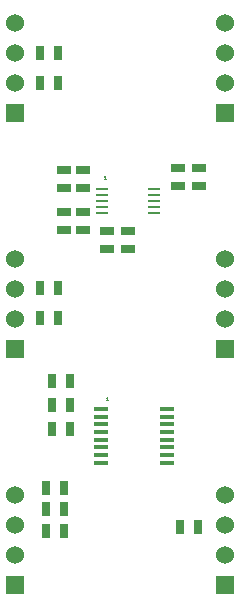
<source format=gts>
G04 (created by PCBNEW (2013-07-07 BZR 4022)-stable) date 12/8/2013 11:31:44 AM*
%MOIN*%
G04 Gerber Fmt 3.4, Leading zero omitted, Abs format*
%FSLAX34Y34*%
G01*
G70*
G90*
G04 APERTURE LIST*
%ADD10C,0.00590551*%
%ADD11C,0.0019685*%
%ADD12R,0.05X0.015*%
%ADD13R,0.045X0.025*%
%ADD14R,0.025X0.045*%
%ADD15R,0.06X0.06*%
%ADD16C,0.06*%
%ADD17R,0.0394X0.0106*%
G04 APERTURE END LIST*
G54D10*
G54D11*
X85033Y-52921D02*
X84966Y-52921D01*
X85000Y-52921D02*
X85000Y-52803D01*
X84988Y-52820D01*
X84977Y-52831D01*
X84966Y-52837D01*
X85112Y-60284D02*
X85044Y-60284D01*
X85078Y-60284D02*
X85078Y-60165D01*
X85067Y-60182D01*
X85056Y-60194D01*
X85044Y-60199D01*
G54D12*
X84873Y-60574D03*
X84873Y-60830D03*
X84873Y-61086D03*
X84873Y-61342D03*
X84873Y-61598D03*
X84873Y-61854D03*
X84873Y-62110D03*
X84873Y-62366D03*
X87077Y-62366D03*
X87077Y-62110D03*
X87077Y-61854D03*
X87077Y-61598D03*
X87077Y-61342D03*
X87077Y-61086D03*
X87077Y-60830D03*
X87077Y-60574D03*
G54D13*
X83630Y-54010D03*
X83630Y-54610D03*
X84280Y-54010D03*
X84280Y-54610D03*
X85780Y-54660D03*
X85780Y-55260D03*
X85080Y-54660D03*
X85080Y-55260D03*
G54D14*
X83050Y-63900D03*
X83650Y-63900D03*
X83050Y-64650D03*
X83650Y-64650D03*
G54D13*
X84280Y-53210D03*
X84280Y-52610D03*
X87430Y-52560D03*
X87430Y-53160D03*
G54D14*
X88100Y-64500D03*
X87500Y-64500D03*
X82850Y-57550D03*
X83450Y-57550D03*
X82850Y-56550D03*
X83450Y-56550D03*
X82850Y-49700D03*
X83450Y-49700D03*
X82850Y-48700D03*
X83450Y-48700D03*
X83050Y-63200D03*
X83650Y-63200D03*
G54D13*
X83630Y-53210D03*
X83630Y-52610D03*
X88130Y-52560D03*
X88130Y-53160D03*
G54D14*
X83230Y-61260D03*
X83830Y-61260D03*
X83230Y-60460D03*
X83830Y-60460D03*
X83230Y-59660D03*
X83830Y-59660D03*
G54D15*
X89000Y-58586D03*
G54D16*
X89000Y-57586D03*
X89000Y-56586D03*
X89000Y-55586D03*
G54D15*
X82000Y-58586D03*
G54D16*
X82000Y-57586D03*
X82000Y-56586D03*
X82000Y-55586D03*
G54D15*
X89000Y-50712D03*
G54D16*
X89000Y-49712D03*
X89000Y-48712D03*
X89000Y-47712D03*
G54D15*
X82000Y-50712D03*
G54D16*
X82000Y-49712D03*
X82000Y-48712D03*
X82000Y-47712D03*
G54D15*
X89000Y-66460D03*
G54D16*
X89000Y-65460D03*
X89000Y-64460D03*
X89000Y-63460D03*
G54D15*
X82000Y-66460D03*
G54D16*
X82000Y-65460D03*
X82000Y-64460D03*
X82000Y-63460D03*
G54D17*
X84905Y-53260D03*
X84905Y-53460D03*
X84905Y-53660D03*
X84905Y-53860D03*
X84905Y-54060D03*
X86655Y-54060D03*
X86655Y-53860D03*
X86655Y-53660D03*
X86655Y-53460D03*
X86655Y-53260D03*
M02*

</source>
